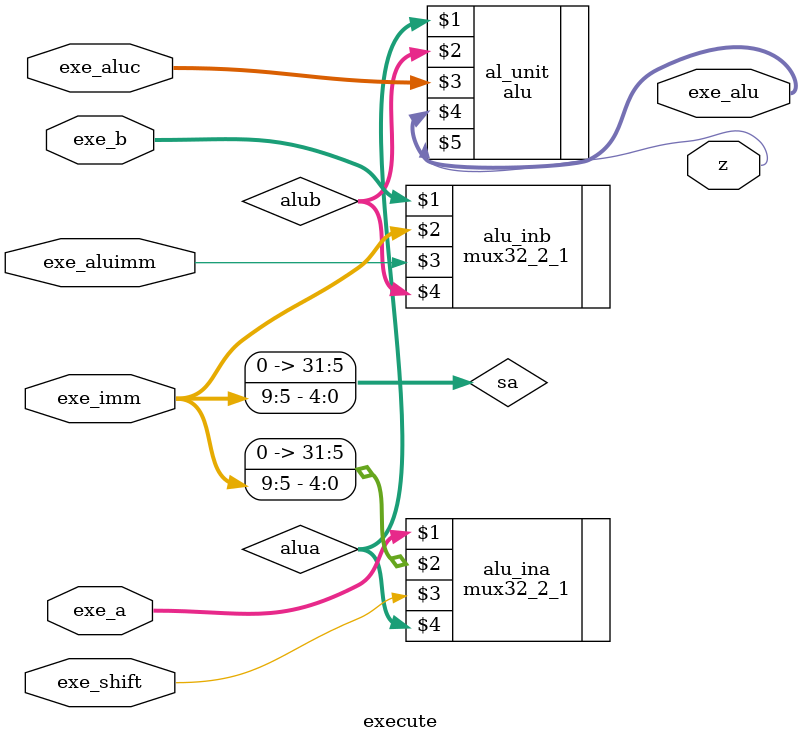
<source format=v>
`timescale 1ns / 1ps
module execute(exe_aluc,exe_aluimm,exe_a,exe_b,exe_imm,exe_shift,exe_alu,z
    );
	 input [31:0] exe_a,exe_b,exe_imm;		//ea-由寄存器读出的操作数a；eb-由寄存器读出的操作数a；eimm-经过扩展的立即数；
	 input [2:0] exe_aluc;		//ALU控制码
	 input exe_aluimm,exe_shift;		//ALU输入操作数的多路选择器
	 output [31:0] exe_alu;		//alu操作输出
	 output z;
	 
	 wire [31:0] alua,alub,sa;

	 assign sa={27'b0,exe_imm[9:5]};//移位位数的生成

	 mux32_2_1 alu_ina (exe_a,sa,exe_shift,alua);//选择ALU a端的数据来源
	 mux32_2_1 alu_inb (exe_b,exe_imm,exe_aluimm,alub);//选择ALU b端的数据来源
 	 alu al_unit (alua,alub,exe_aluc,exe_alu,z);//ALU
	 
endmodule
</source>
